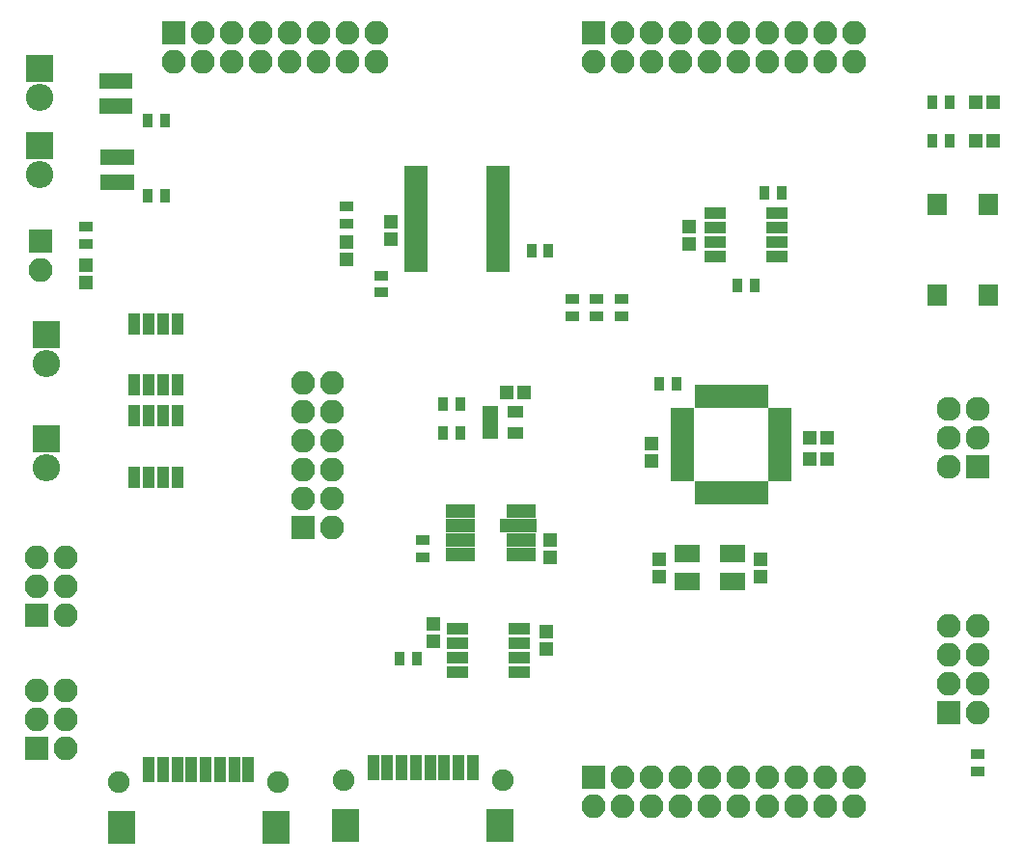
<source format=gts>
G04 #@! TF.FileFunction,Soldermask,Top*
%FSLAX46Y46*%
G04 Gerber Fmt 4.6, Leading zero omitted, Abs format (unit mm)*
G04 Created by KiCad (PCBNEW 4.0.6) date Monday, August 21, 2017 'PMt' 07:03:13 PM*
%MOMM*%
%LPD*%
G01*
G04 APERTURE LIST*
%ADD10C,0.100000*%
%ADD11R,2.100000X2.100000*%
%ADD12O,2.100000X2.100000*%
%ADD13C,1.900000*%
%ADD14R,2.400000X3.000000*%
%ADD15R,1.100000X2.200000*%
%ADD16R,0.900000X1.300000*%
%ADD17R,2.000000X0.950000*%
%ADD18R,0.950000X2.000000*%
%ADD19R,2.127200X2.127200*%
%ADD20O,2.127200X2.127200*%
%ADD21R,1.700000X1.950000*%
%ADD22R,1.200000X1.150000*%
%ADD23R,1.150000X1.200000*%
%ADD24R,1.197560X1.197560*%
%ADD25R,1.950000X1.000000*%
%ADD26R,2.200000X1.600000*%
%ADD27O,2.398980X2.398980*%
%ADD28R,2.398980X2.398980*%
%ADD29R,1.300000X0.900000*%
%ADD30R,1.000000X1.950000*%
%ADD31R,2.150000X0.850000*%
%ADD32R,1.460000X1.050000*%
%ADD33R,2.650000X1.300000*%
%ADD34R,3.200000X1.300000*%
%ADD35R,1.050000X1.460000*%
G04 APERTURE END LIST*
D10*
D11*
X106807000Y-121158000D03*
D12*
X109347000Y-121158000D03*
X106807000Y-118618000D03*
X109347000Y-118618000D03*
X106807000Y-116078000D03*
X109347000Y-116078000D03*
D13*
X133741000Y-123952000D03*
X147691000Y-123952000D03*
D14*
X147491000Y-127952000D03*
X133941000Y-127952000D03*
D15*
X145091000Y-122852000D03*
X143841000Y-122852000D03*
X142591000Y-122852000D03*
X141341000Y-122852000D03*
X140091000Y-122852000D03*
X138841000Y-122852000D03*
X137591000Y-122852000D03*
X136341000Y-122852000D03*
D16*
X151741000Y-77470000D03*
X150241000Y-77470000D03*
D17*
X163517000Y-91682000D03*
X163517000Y-92482000D03*
X163517000Y-93282000D03*
X163517000Y-94082000D03*
X163517000Y-94882000D03*
X163517000Y-95682000D03*
X163517000Y-96482000D03*
X163517000Y-97282000D03*
D18*
X164967000Y-98732000D03*
X165767000Y-98732000D03*
X166567000Y-98732000D03*
X167367000Y-98732000D03*
X168167000Y-98732000D03*
X168967000Y-98732000D03*
X169767000Y-98732000D03*
X170567000Y-98732000D03*
D17*
X172017000Y-97282000D03*
X172017000Y-96482000D03*
X172017000Y-95682000D03*
X172017000Y-94882000D03*
X172017000Y-94082000D03*
X172017000Y-93282000D03*
X172017000Y-92482000D03*
X172017000Y-91682000D03*
D18*
X170567000Y-90232000D03*
X169767000Y-90232000D03*
X168967000Y-90232000D03*
X168167000Y-90232000D03*
X167367000Y-90232000D03*
X166567000Y-90232000D03*
X165767000Y-90232000D03*
X164967000Y-90232000D03*
D16*
X169787000Y-80518000D03*
X168287000Y-80518000D03*
D11*
X155702000Y-123698000D03*
D12*
X155702000Y-126238000D03*
X158242000Y-123698000D03*
X158242000Y-126238000D03*
X160782000Y-123698000D03*
X160782000Y-126238000D03*
X163322000Y-123698000D03*
X163322000Y-126238000D03*
X165862000Y-123698000D03*
X165862000Y-126238000D03*
X168402000Y-123698000D03*
X168402000Y-126238000D03*
X170942000Y-123698000D03*
X170942000Y-126238000D03*
X173482000Y-123698000D03*
X173482000Y-126238000D03*
X176022000Y-123698000D03*
X176022000Y-126238000D03*
X178562000Y-123698000D03*
X178562000Y-126238000D03*
D11*
X155702000Y-58293000D03*
D12*
X155702000Y-60833000D03*
X158242000Y-58293000D03*
X158242000Y-60833000D03*
X160782000Y-58293000D03*
X160782000Y-60833000D03*
X163322000Y-58293000D03*
X163322000Y-60833000D03*
X165862000Y-58293000D03*
X165862000Y-60833000D03*
X168402000Y-58293000D03*
X168402000Y-60833000D03*
X170942000Y-58293000D03*
X170942000Y-60833000D03*
X173482000Y-58293000D03*
X173482000Y-60833000D03*
X176022000Y-58293000D03*
X176022000Y-60833000D03*
X178562000Y-58293000D03*
X178562000Y-60833000D03*
D19*
X189357000Y-96393000D03*
D20*
X186817000Y-96393000D03*
X189357000Y-93853000D03*
X186817000Y-93853000D03*
X189357000Y-91313000D03*
X186817000Y-91313000D03*
D21*
X185837000Y-81318000D03*
X185837000Y-73368000D03*
X190337000Y-81318000D03*
X190337000Y-73368000D03*
D22*
X176137000Y-95758000D03*
X174637000Y-95758000D03*
D23*
X160782000Y-95873000D03*
X160782000Y-94373000D03*
D22*
X176137000Y-93853000D03*
X174637000Y-93853000D03*
D23*
X161417000Y-104545000D03*
X161417000Y-106045000D03*
X170307000Y-106045000D03*
X170307000Y-104545000D03*
X164084000Y-76823000D03*
X164084000Y-75323000D03*
D24*
X189242700Y-67818000D03*
X190741300Y-67818000D03*
D11*
X118872000Y-58293000D03*
D12*
X118872000Y-60833000D03*
X121412000Y-58293000D03*
X121412000Y-60833000D03*
X123952000Y-58293000D03*
X123952000Y-60833000D03*
X126492000Y-58293000D03*
X126492000Y-60833000D03*
X129032000Y-58293000D03*
X129032000Y-60833000D03*
X131572000Y-58293000D03*
X131572000Y-60833000D03*
X134112000Y-58293000D03*
X134112000Y-60833000D03*
X136652000Y-58293000D03*
X136652000Y-60833000D03*
D16*
X161429000Y-89154000D03*
X162929000Y-89154000D03*
X185432000Y-67818000D03*
X186932000Y-67818000D03*
X185432000Y-64389000D03*
X186932000Y-64389000D03*
X170700000Y-72390000D03*
X172200000Y-72390000D03*
D25*
X166337000Y-74168000D03*
X166337000Y-75438000D03*
X166337000Y-76708000D03*
X166337000Y-77978000D03*
X171737000Y-77978000D03*
X171737000Y-76708000D03*
X171737000Y-75438000D03*
X171737000Y-74168000D03*
D26*
X163862000Y-106483000D03*
X167862000Y-106483000D03*
X167862000Y-104083000D03*
X163862000Y-104083000D03*
D23*
X137922000Y-76454000D03*
X137922000Y-74954000D03*
X151892000Y-104382000D03*
X151892000Y-102882000D03*
D22*
X149594000Y-89916000D03*
X148094000Y-89916000D03*
D23*
X151511000Y-110883000D03*
X151511000Y-112383000D03*
X141605000Y-110260000D03*
X141605000Y-111760000D03*
D24*
X189242700Y-64389000D03*
X190741300Y-64389000D03*
X133985000Y-76708000D03*
X133985000Y-78206600D03*
D11*
X186817000Y-117983000D03*
D12*
X189357000Y-117983000D03*
X186817000Y-115443000D03*
X189357000Y-115443000D03*
X186817000Y-112903000D03*
X189357000Y-112903000D03*
X186817000Y-110363000D03*
X189357000Y-110363000D03*
D27*
X107061000Y-70739000D03*
D28*
X107061000Y-68199000D03*
D27*
X107061000Y-64008000D03*
D28*
X107061000Y-61468000D03*
D11*
X130175000Y-101727000D03*
D12*
X132715000Y-101727000D03*
X130175000Y-99187000D03*
X132715000Y-99187000D03*
X130175000Y-96647000D03*
X132715000Y-96647000D03*
X130175000Y-94107000D03*
X132715000Y-94107000D03*
X130175000Y-91567000D03*
X132715000Y-91567000D03*
X130175000Y-89027000D03*
X132715000Y-89027000D03*
D27*
X107696000Y-96520000D03*
D28*
X107696000Y-93980000D03*
D27*
X107696000Y-87376000D03*
D28*
X107696000Y-84836000D03*
D11*
X106807000Y-109474000D03*
D12*
X109347000Y-109474000D03*
X106807000Y-106934000D03*
X109347000Y-106934000D03*
X106807000Y-104394000D03*
X109347000Y-104394000D03*
D29*
X189357000Y-123166000D03*
X189357000Y-121666000D03*
D16*
X116598000Y-72644000D03*
X118098000Y-72644000D03*
X116598000Y-66040000D03*
X118098000Y-66040000D03*
D29*
X137033000Y-81129000D03*
X137033000Y-79629000D03*
X153797000Y-83185000D03*
X153797000Y-81685000D03*
X158115000Y-83173000D03*
X158115000Y-81673000D03*
X155956000Y-81685000D03*
X155956000Y-83185000D03*
X133985000Y-73545000D03*
X133985000Y-75045000D03*
X140716000Y-102882000D03*
X140716000Y-104382000D03*
D16*
X144006000Y-90932000D03*
X142506000Y-90932000D03*
X144006000Y-93472000D03*
X142506000Y-93472000D03*
X138708000Y-113284000D03*
X140208000Y-113284000D03*
D30*
X115379500Y-97315000D03*
X116649500Y-97315000D03*
X117919500Y-97315000D03*
X119189500Y-97315000D03*
X119189500Y-91915000D03*
X117919500Y-91915000D03*
X116649500Y-91915000D03*
X115379500Y-91915000D03*
X115379500Y-89250500D03*
X116649500Y-89250500D03*
X117919500Y-89250500D03*
X119189500Y-89250500D03*
X119189500Y-83850500D03*
X117919500Y-83850500D03*
X116649500Y-83850500D03*
X115379500Y-83850500D03*
D31*
X140078908Y-70440448D03*
X140078908Y-71090448D03*
X140078908Y-71740448D03*
X140078908Y-72390448D03*
X140078908Y-73040448D03*
X140078908Y-73690448D03*
X140078908Y-74340448D03*
X140078908Y-74990448D03*
X140078908Y-75640448D03*
X140078908Y-76290448D03*
X140078908Y-76940448D03*
X140078908Y-77590448D03*
X140078908Y-78240448D03*
X140078908Y-78890448D03*
X147278908Y-78890448D03*
X147278908Y-78240448D03*
X147278908Y-77590448D03*
X147278908Y-76940448D03*
X147278908Y-76290448D03*
X147278908Y-75640448D03*
X147278908Y-74990448D03*
X147278908Y-74340448D03*
X147278908Y-73690448D03*
X147278908Y-73040448D03*
X147278908Y-72390448D03*
X147278908Y-71740448D03*
X147278908Y-71090448D03*
X147278908Y-70440448D03*
D32*
X146644000Y-91572000D03*
X146644000Y-92522000D03*
X146644000Y-93472000D03*
X148844000Y-93472000D03*
X148844000Y-91572000D03*
D33*
X144002000Y-100340000D03*
X144002000Y-101590000D03*
X144002000Y-102890000D03*
X144002000Y-104140000D03*
X149352000Y-104140000D03*
X149352000Y-102890000D03*
D34*
X149077000Y-101590000D03*
D33*
X149352000Y-100340000D03*
D25*
X143731000Y-110617000D03*
X143731000Y-111887000D03*
X143731000Y-113157000D03*
X143731000Y-114427000D03*
X149131000Y-114427000D03*
X149131000Y-113157000D03*
X149131000Y-111887000D03*
X149131000Y-110617000D03*
D13*
X114056000Y-124079000D03*
X128006000Y-124079000D03*
D14*
X127806000Y-128079000D03*
X114256000Y-128079000D03*
D15*
X125406000Y-122979000D03*
X124156000Y-122979000D03*
X122906000Y-122979000D03*
X121656000Y-122979000D03*
X120406000Y-122979000D03*
X119156000Y-122979000D03*
X117906000Y-122979000D03*
X116656000Y-122979000D03*
D11*
X107188000Y-76644500D03*
D12*
X107188000Y-79184500D03*
D35*
X112969000Y-71458000D03*
X113919000Y-71458000D03*
X114869000Y-71458000D03*
X114869000Y-69258000D03*
X112969000Y-69258000D03*
X113919000Y-69258000D03*
X112842000Y-64727000D03*
X113792000Y-64727000D03*
X114742000Y-64727000D03*
X114742000Y-62527000D03*
X112842000Y-62527000D03*
X113792000Y-62527000D03*
D24*
X111125000Y-78740000D03*
X111125000Y-80238600D03*
D29*
X111125000Y-75335000D03*
X111125000Y-76835000D03*
M02*

</source>
